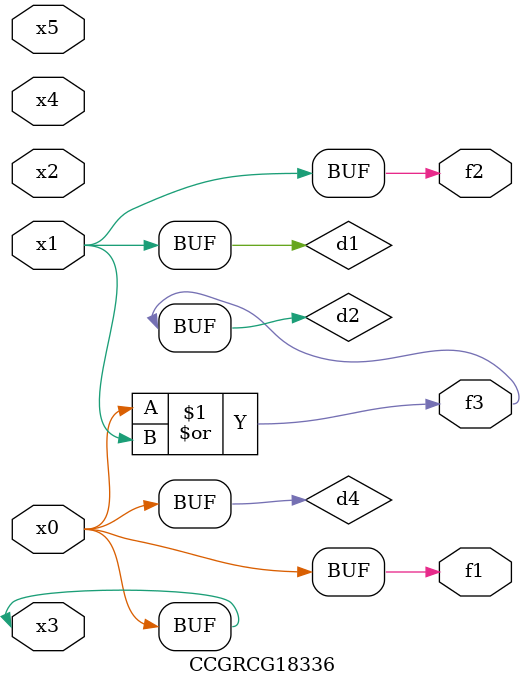
<source format=v>
module CCGRCG18336(
	input x0, x1, x2, x3, x4, x5,
	output f1, f2, f3
);

	wire d1, d2, d3, d4;

	and (d1, x1);
	or (d2, x0, x1);
	nand (d3, x0, x5);
	buf (d4, x0, x3);
	assign f1 = d4;
	assign f2 = d1;
	assign f3 = d2;
endmodule

</source>
